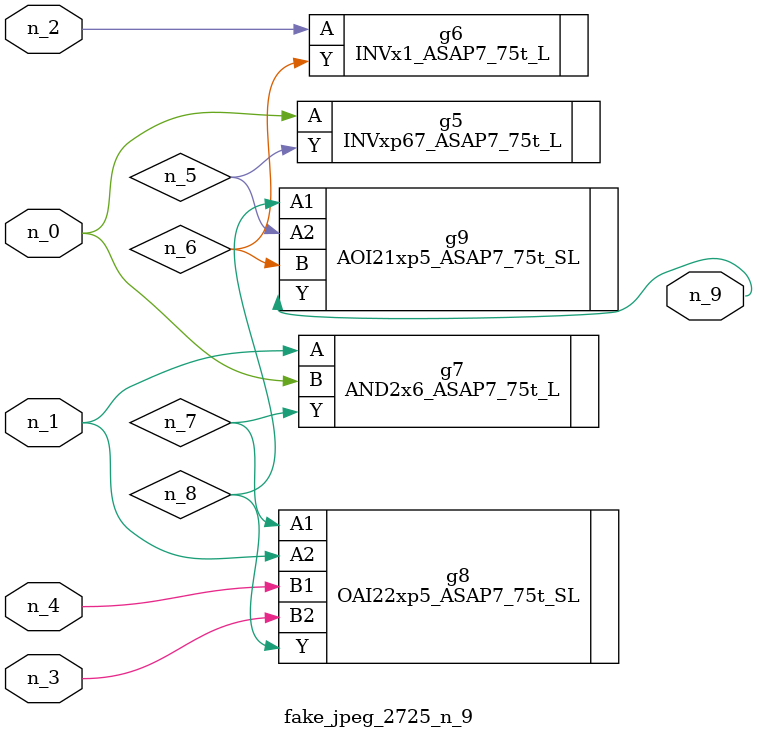
<source format=v>
module fake_jpeg_2725_n_9 (n_3, n_2, n_1, n_0, n_4, n_9);

input n_3;
input n_2;
input n_1;
input n_0;
input n_4;

output n_9;

wire n_8;
wire n_6;
wire n_5;
wire n_7;

INVxp67_ASAP7_75t_L g5 ( 
.A(n_0),
.Y(n_5)
);

INVx1_ASAP7_75t_L g6 ( 
.A(n_2),
.Y(n_6)
);

AND2x6_ASAP7_75t_L g7 ( 
.A(n_1),
.B(n_0),
.Y(n_7)
);

OAI22xp5_ASAP7_75t_SL g8 ( 
.A1(n_7),
.A2(n_1),
.B1(n_4),
.B2(n_3),
.Y(n_8)
);

AOI21xp5_ASAP7_75t_SL g9 ( 
.A1(n_8),
.A2(n_5),
.B(n_6),
.Y(n_9)
);


endmodule
</source>
